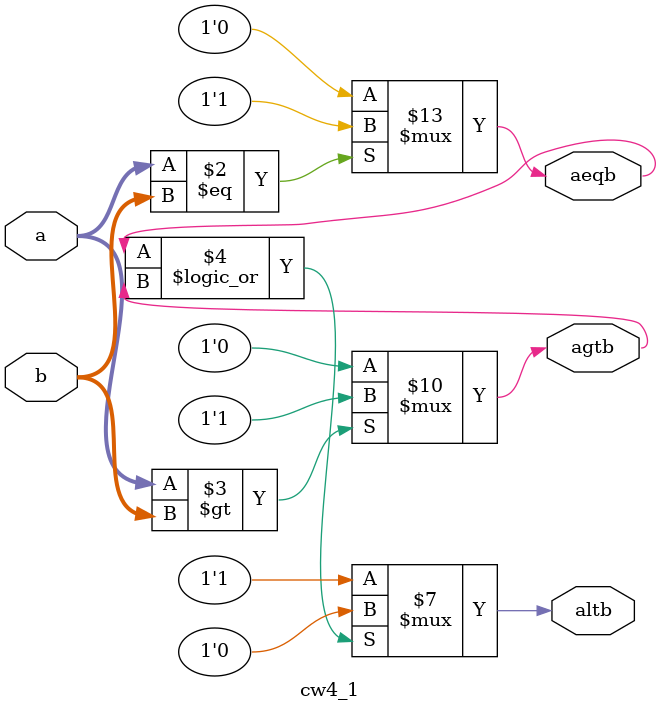
<source format=v>
module cw4_1
    #(
        parameter N=4
    )
    (
        input [N-1:0] a,b,
        output reg altb,aeqb,agtb
    );

    // cialo funkcji
    // jezeli a<b to altb=1
    // jezeli a=b to aeqb=1
    // jezeli a>b to agtb=1
    // intrukcje rownolegle lub proceduralne

    // wersja 2. skorzystac z wlasnosci:
    // jezeli ~(A>B) & ~(A=B) to (A<B)
    always@ (*) begin
        altb = 0;
        aeqb = 0;
        agtb = 0;
        if (a==b)  aeqb = 1'b1;
        if (a>b)  agtb = 1'b1;
        if  (!(aeqb || agtb))  altb = 1'b1;
    end
    // porownac realizacje: RTL Viewer (w Quartus2)

endmodule


</source>
